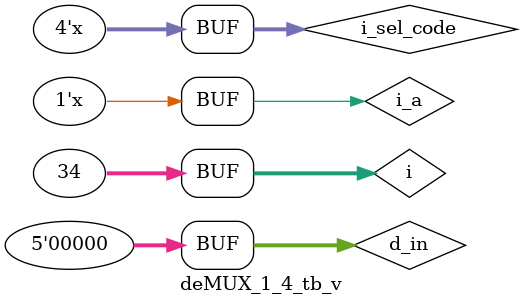
<source format=v>

`timescale 1ms/1ms



module deMUX_1_4_tb_v;
  
  reg  i_a;
  reg  [3:0] i_sel_code;
  wire [3:0] o_code;
  
  // reg i_a, i_sel_code, o_code, i_d;
  reg [4:0] d_in = 5'b00000;
  integer i;
  
  // duv port map options:
  deMUX_1_4_v duv (.i_a(i_a), .i_sel_code(i_sel_code), .o_code(o_code)); 
  
  //procedure statement
  initial begin
      
      for (i = 0 ; i < 34 ; i = i + 1) begin
        #1000 i_sel_code[0] = d_in[0];
              i_sel_code[1] = d_in[1];
              i_sel_code[2] = d_in[2];
              i_sel_code[3] = d_in[3];
              i_a           = d_in[4];

        // i_sel_code[0] = d_in[1]; o_code = d_in[2]; i_d = d_in[3]; o_codes = d_in[4]; i_n_cs_0 = d_in[5]; ;
        d_in = d_in + 1;
      end
          
    end

endmodule












</source>
